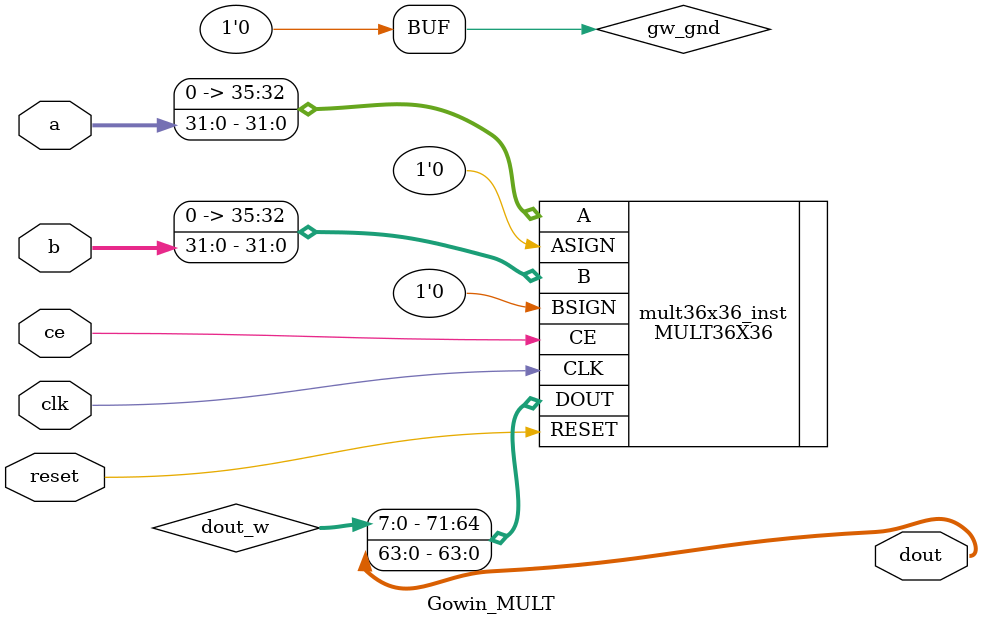
<source format=v>

module Gowin_MULT (dout, a, b, ce, clk, reset);

output [63:0] dout;
input [31:0] a;
input [31:0] b;
input ce;
input clk;
input reset;

wire [7:0] dout_w;
wire gw_gnd;

assign gw_gnd = 1'b0;

MULT36X36 mult36x36_inst (
    .DOUT({dout_w[7:0],dout[63:0]}),
    .A({gw_gnd,gw_gnd,gw_gnd,gw_gnd,a[31:0]}),
    .B({gw_gnd,gw_gnd,gw_gnd,gw_gnd,b[31:0]}),
    .ASIGN(gw_gnd),
    .BSIGN(gw_gnd),
    .CE(ce),
    .CLK(clk),
    .RESET(reset)
);

defparam mult36x36_inst.AREG = 1'b1;
defparam mult36x36_inst.BREG = 1'b1;
defparam mult36x36_inst.OUT0_REG = 1'b1;
defparam mult36x36_inst.PIPE_REG = 1'b0;
defparam mult36x36_inst.ASIGN_REG = 1'b0;
defparam mult36x36_inst.BSIGN_REG = 1'b0;
defparam mult36x36_inst.MULT_RESET_MODE = "SYNC";

endmodule //Gowin_MULT

</source>
